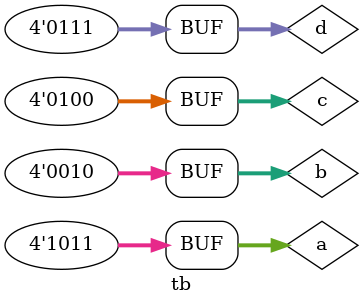
<source format=v>
`timescale 1ns / 1ps


module tb();
wire [4:0] sum;
wire cout;
reg [3:0]a,b,c,d;

carry_save uut(.a(a),.b(b),.c(c),.d(d),.sum(sum),.cout(cout));

initial
begin
a=0;b=0;c=0;d=0;
#100 a=10;b=0;c=0;d=0;
#100 a=10;b=10;c=0;d=0; 
#100 a=4;b=6;c=12;d=0;
#100 a=11;b=2;c=4;d=7;
end
initial
$monitor("a=%d,b=%d,c=%d,d=%d,sum=%d,cout=%d",a,b,c,d,sum,cout);



endmodule

</source>
